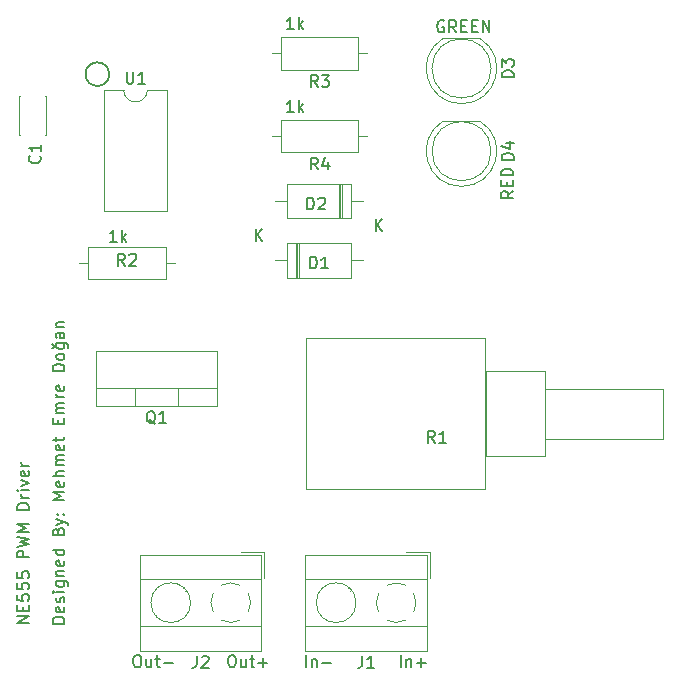
<source format=gbr>
%TF.GenerationSoftware,KiCad,Pcbnew,(6.0.2)*%
%TF.CreationDate,2022-03-20T03:02:45+03:00*%
%TF.ProjectId,NE555_PWM_Driver,4e453535-355f-4505-974d-5f4472697665,rev?*%
%TF.SameCoordinates,Original*%
%TF.FileFunction,Legend,Top*%
%TF.FilePolarity,Positive*%
%FSLAX46Y46*%
G04 Gerber Fmt 4.6, Leading zero omitted, Abs format (unit mm)*
G04 Created by KiCad (PCBNEW (6.0.2)) date 2022-03-20 03:02:45*
%MOMM*%
%LPD*%
G01*
G04 APERTURE LIST*
%ADD10C,0.150000*%
%ADD11C,0.120000*%
G04 APERTURE END LIST*
D10*
X172547619Y-124452380D02*
X172738095Y-124452380D01*
X172833333Y-124500000D01*
X172928571Y-124595238D01*
X172976190Y-124785714D01*
X172976190Y-125119047D01*
X172928571Y-125309523D01*
X172833333Y-125404761D01*
X172738095Y-125452380D01*
X172547619Y-125452380D01*
X172452380Y-125404761D01*
X172357142Y-125309523D01*
X172309523Y-125119047D01*
X172309523Y-124785714D01*
X172357142Y-124595238D01*
X172452380Y-124500000D01*
X172547619Y-124452380D01*
X173833333Y-124785714D02*
X173833333Y-125452380D01*
X173404761Y-124785714D02*
X173404761Y-125309523D01*
X173452380Y-125404761D01*
X173547619Y-125452380D01*
X173690476Y-125452380D01*
X173785714Y-125404761D01*
X173833333Y-125357142D01*
X174166666Y-124785714D02*
X174547619Y-124785714D01*
X174309523Y-124452380D02*
X174309523Y-125309523D01*
X174357142Y-125404761D01*
X174452380Y-125452380D01*
X174547619Y-125452380D01*
X174880952Y-125071428D02*
X175642857Y-125071428D01*
X175261904Y-125452380D02*
X175261904Y-124690476D01*
X164547619Y-124452380D02*
X164738095Y-124452380D01*
X164833333Y-124500000D01*
X164928571Y-124595238D01*
X164976190Y-124785714D01*
X164976190Y-125119047D01*
X164928571Y-125309523D01*
X164833333Y-125404761D01*
X164738095Y-125452380D01*
X164547619Y-125452380D01*
X164452380Y-125404761D01*
X164357142Y-125309523D01*
X164309523Y-125119047D01*
X164309523Y-124785714D01*
X164357142Y-124595238D01*
X164452380Y-124500000D01*
X164547619Y-124452380D01*
X165833333Y-124785714D02*
X165833333Y-125452380D01*
X165404761Y-124785714D02*
X165404761Y-125309523D01*
X165452380Y-125404761D01*
X165547619Y-125452380D01*
X165690476Y-125452380D01*
X165785714Y-125404761D01*
X165833333Y-125357142D01*
X166166666Y-124785714D02*
X166547619Y-124785714D01*
X166309523Y-124452380D02*
X166309523Y-125309523D01*
X166357142Y-125404761D01*
X166452380Y-125452380D01*
X166547619Y-125452380D01*
X166880952Y-125071428D02*
X167642857Y-125071428D01*
X178928571Y-125452380D02*
X178928571Y-124452380D01*
X179404761Y-124785714D02*
X179404761Y-125452380D01*
X179404761Y-124880952D02*
X179452380Y-124833333D01*
X179547619Y-124785714D01*
X179690476Y-124785714D01*
X179785714Y-124833333D01*
X179833333Y-124928571D01*
X179833333Y-125452380D01*
X180309523Y-125071428D02*
X181071428Y-125071428D01*
X186928571Y-125452380D02*
X186928571Y-124452380D01*
X187404761Y-124785714D02*
X187404761Y-125452380D01*
X187404761Y-124880952D02*
X187452380Y-124833333D01*
X187547619Y-124785714D01*
X187690476Y-124785714D01*
X187785714Y-124833333D01*
X187833333Y-124928571D01*
X187833333Y-125452380D01*
X188309523Y-125071428D02*
X189071428Y-125071428D01*
X188690476Y-125452380D02*
X188690476Y-124690476D01*
X162250000Y-75250000D02*
G75*
G03*
X162250000Y-75250000I-1000000J0D01*
G01*
X177880952Y-71452380D02*
X177309523Y-71452380D01*
X177595238Y-71452380D02*
X177595238Y-70452380D01*
X177500000Y-70595238D01*
X177404761Y-70690476D01*
X177309523Y-70738095D01*
X178309523Y-71452380D02*
X178309523Y-70452380D01*
X178404761Y-71071428D02*
X178690476Y-71452380D01*
X178690476Y-70785714D02*
X178309523Y-71166666D01*
X155452380Y-121738095D02*
X154452380Y-121738095D01*
X155452380Y-121166666D01*
X154452380Y-121166666D01*
X154928571Y-120690476D02*
X154928571Y-120357142D01*
X155452380Y-120214285D02*
X155452380Y-120690476D01*
X154452380Y-120690476D01*
X154452380Y-120214285D01*
X154452380Y-119309523D02*
X154452380Y-119785714D01*
X154928571Y-119833333D01*
X154880952Y-119785714D01*
X154833333Y-119690476D01*
X154833333Y-119452380D01*
X154880952Y-119357142D01*
X154928571Y-119309523D01*
X155023809Y-119261904D01*
X155261904Y-119261904D01*
X155357142Y-119309523D01*
X155404761Y-119357142D01*
X155452380Y-119452380D01*
X155452380Y-119690476D01*
X155404761Y-119785714D01*
X155357142Y-119833333D01*
X154452380Y-118357142D02*
X154452380Y-118833333D01*
X154928571Y-118880952D01*
X154880952Y-118833333D01*
X154833333Y-118738095D01*
X154833333Y-118500000D01*
X154880952Y-118404761D01*
X154928571Y-118357142D01*
X155023809Y-118309523D01*
X155261904Y-118309523D01*
X155357142Y-118357142D01*
X155404761Y-118404761D01*
X155452380Y-118500000D01*
X155452380Y-118738095D01*
X155404761Y-118833333D01*
X155357142Y-118880952D01*
X154452380Y-117404761D02*
X154452380Y-117880952D01*
X154928571Y-117928571D01*
X154880952Y-117880952D01*
X154833333Y-117785714D01*
X154833333Y-117547619D01*
X154880952Y-117452380D01*
X154928571Y-117404761D01*
X155023809Y-117357142D01*
X155261904Y-117357142D01*
X155357142Y-117404761D01*
X155404761Y-117452380D01*
X155452380Y-117547619D01*
X155452380Y-117785714D01*
X155404761Y-117880952D01*
X155357142Y-117928571D01*
X155452380Y-116166666D02*
X154452380Y-116166666D01*
X154452380Y-115785714D01*
X154500000Y-115690476D01*
X154547619Y-115642857D01*
X154642857Y-115595238D01*
X154785714Y-115595238D01*
X154880952Y-115642857D01*
X154928571Y-115690476D01*
X154976190Y-115785714D01*
X154976190Y-116166666D01*
X154452380Y-115261904D02*
X155452380Y-115023809D01*
X154738095Y-114833333D01*
X155452380Y-114642857D01*
X154452380Y-114404761D01*
X155452380Y-114023809D02*
X154452380Y-114023809D01*
X155166666Y-113690476D01*
X154452380Y-113357142D01*
X155452380Y-113357142D01*
X155452380Y-112119047D02*
X154452380Y-112119047D01*
X154452380Y-111880952D01*
X154500000Y-111738095D01*
X154595238Y-111642857D01*
X154690476Y-111595238D01*
X154880952Y-111547619D01*
X155023809Y-111547619D01*
X155214285Y-111595238D01*
X155309523Y-111642857D01*
X155404761Y-111738095D01*
X155452380Y-111880952D01*
X155452380Y-112119047D01*
X155452380Y-111119047D02*
X154785714Y-111119047D01*
X154976190Y-111119047D02*
X154880952Y-111071428D01*
X154833333Y-111023809D01*
X154785714Y-110928571D01*
X154785714Y-110833333D01*
X155452380Y-110500000D02*
X154785714Y-110500000D01*
X154452380Y-110500000D02*
X154500000Y-110547619D01*
X154547619Y-110500000D01*
X154500000Y-110452380D01*
X154452380Y-110500000D01*
X154547619Y-110500000D01*
X154785714Y-110119047D02*
X155452380Y-109880952D01*
X154785714Y-109642857D01*
X155404761Y-108880952D02*
X155452380Y-108976190D01*
X155452380Y-109166666D01*
X155404761Y-109261904D01*
X155309523Y-109309523D01*
X154928571Y-109309523D01*
X154833333Y-109261904D01*
X154785714Y-109166666D01*
X154785714Y-108976190D01*
X154833333Y-108880952D01*
X154928571Y-108833333D01*
X155023809Y-108833333D01*
X155119047Y-109309523D01*
X155452380Y-108404761D02*
X154785714Y-108404761D01*
X154976190Y-108404761D02*
X154880952Y-108357142D01*
X154833333Y-108309523D01*
X154785714Y-108214285D01*
X154785714Y-108119047D01*
X162880952Y-89452380D02*
X162309523Y-89452380D01*
X162595238Y-89452380D02*
X162595238Y-88452380D01*
X162500000Y-88595238D01*
X162404761Y-88690476D01*
X162309523Y-88738095D01*
X163309523Y-89452380D02*
X163309523Y-88452380D01*
X163404761Y-89071428D02*
X163690476Y-89452380D01*
X163690476Y-88785714D02*
X163309523Y-89166666D01*
X190583333Y-70750000D02*
X190488095Y-70702380D01*
X190345238Y-70702380D01*
X190202380Y-70750000D01*
X190107142Y-70845238D01*
X190059523Y-70940476D01*
X190011904Y-71130952D01*
X190011904Y-71273809D01*
X190059523Y-71464285D01*
X190107142Y-71559523D01*
X190202380Y-71654761D01*
X190345238Y-71702380D01*
X190440476Y-71702380D01*
X190583333Y-71654761D01*
X190630952Y-71607142D01*
X190630952Y-71273809D01*
X190440476Y-71273809D01*
X191630952Y-71702380D02*
X191297619Y-71226190D01*
X191059523Y-71702380D02*
X191059523Y-70702380D01*
X191440476Y-70702380D01*
X191535714Y-70750000D01*
X191583333Y-70797619D01*
X191630952Y-70892857D01*
X191630952Y-71035714D01*
X191583333Y-71130952D01*
X191535714Y-71178571D01*
X191440476Y-71226190D01*
X191059523Y-71226190D01*
X192059523Y-71178571D02*
X192392857Y-71178571D01*
X192535714Y-71702380D02*
X192059523Y-71702380D01*
X192059523Y-70702380D01*
X192535714Y-70702380D01*
X192964285Y-71178571D02*
X193297619Y-71178571D01*
X193440476Y-71702380D02*
X192964285Y-71702380D01*
X192964285Y-70702380D01*
X193440476Y-70702380D01*
X193869047Y-71702380D02*
X193869047Y-70702380D01*
X194440476Y-71702380D01*
X194440476Y-70702380D01*
X158452380Y-121761904D02*
X157452380Y-121761904D01*
X157452380Y-121523809D01*
X157500000Y-121380952D01*
X157595238Y-121285714D01*
X157690476Y-121238095D01*
X157880952Y-121190476D01*
X158023809Y-121190476D01*
X158214285Y-121238095D01*
X158309523Y-121285714D01*
X158404761Y-121380952D01*
X158452380Y-121523809D01*
X158452380Y-121761904D01*
X158404761Y-120380952D02*
X158452380Y-120476190D01*
X158452380Y-120666666D01*
X158404761Y-120761904D01*
X158309523Y-120809523D01*
X157928571Y-120809523D01*
X157833333Y-120761904D01*
X157785714Y-120666666D01*
X157785714Y-120476190D01*
X157833333Y-120380952D01*
X157928571Y-120333333D01*
X158023809Y-120333333D01*
X158119047Y-120809523D01*
X158404761Y-119952380D02*
X158452380Y-119857142D01*
X158452380Y-119666666D01*
X158404761Y-119571428D01*
X158309523Y-119523809D01*
X158261904Y-119523809D01*
X158166666Y-119571428D01*
X158119047Y-119666666D01*
X158119047Y-119809523D01*
X158071428Y-119904761D01*
X157976190Y-119952380D01*
X157928571Y-119952380D01*
X157833333Y-119904761D01*
X157785714Y-119809523D01*
X157785714Y-119666666D01*
X157833333Y-119571428D01*
X158452380Y-119095238D02*
X157785714Y-119095238D01*
X157452380Y-119095238D02*
X157500000Y-119142857D01*
X157547619Y-119095238D01*
X157500000Y-119047619D01*
X157452380Y-119095238D01*
X157547619Y-119095238D01*
X157785714Y-118190476D02*
X158595238Y-118190476D01*
X158690476Y-118238095D01*
X158738095Y-118285714D01*
X158785714Y-118380952D01*
X158785714Y-118523809D01*
X158738095Y-118619047D01*
X158404761Y-118190476D02*
X158452380Y-118285714D01*
X158452380Y-118476190D01*
X158404761Y-118571428D01*
X158357142Y-118619047D01*
X158261904Y-118666666D01*
X157976190Y-118666666D01*
X157880952Y-118619047D01*
X157833333Y-118571428D01*
X157785714Y-118476190D01*
X157785714Y-118285714D01*
X157833333Y-118190476D01*
X157785714Y-117714285D02*
X158452380Y-117714285D01*
X157880952Y-117714285D02*
X157833333Y-117666666D01*
X157785714Y-117571428D01*
X157785714Y-117428571D01*
X157833333Y-117333333D01*
X157928571Y-117285714D01*
X158452380Y-117285714D01*
X158404761Y-116428571D02*
X158452380Y-116523809D01*
X158452380Y-116714285D01*
X158404761Y-116809523D01*
X158309523Y-116857142D01*
X157928571Y-116857142D01*
X157833333Y-116809523D01*
X157785714Y-116714285D01*
X157785714Y-116523809D01*
X157833333Y-116428571D01*
X157928571Y-116380952D01*
X158023809Y-116380952D01*
X158119047Y-116857142D01*
X158452380Y-115523809D02*
X157452380Y-115523809D01*
X158404761Y-115523809D02*
X158452380Y-115619047D01*
X158452380Y-115809523D01*
X158404761Y-115904761D01*
X158357142Y-115952380D01*
X158261904Y-116000000D01*
X157976190Y-116000000D01*
X157880952Y-115952380D01*
X157833333Y-115904761D01*
X157785714Y-115809523D01*
X157785714Y-115619047D01*
X157833333Y-115523809D01*
X157928571Y-113952380D02*
X157976190Y-113809523D01*
X158023809Y-113761904D01*
X158119047Y-113714285D01*
X158261904Y-113714285D01*
X158357142Y-113761904D01*
X158404761Y-113809523D01*
X158452380Y-113904761D01*
X158452380Y-114285714D01*
X157452380Y-114285714D01*
X157452380Y-113952380D01*
X157500000Y-113857142D01*
X157547619Y-113809523D01*
X157642857Y-113761904D01*
X157738095Y-113761904D01*
X157833333Y-113809523D01*
X157880952Y-113857142D01*
X157928571Y-113952380D01*
X157928571Y-114285714D01*
X157785714Y-113380952D02*
X158452380Y-113142857D01*
X157785714Y-112904761D02*
X158452380Y-113142857D01*
X158690476Y-113238095D01*
X158738095Y-113285714D01*
X158785714Y-113380952D01*
X158357142Y-112523809D02*
X158404761Y-112476190D01*
X158452380Y-112523809D01*
X158404761Y-112571428D01*
X158357142Y-112523809D01*
X158452380Y-112523809D01*
X157833333Y-112523809D02*
X157880952Y-112476190D01*
X157928571Y-112523809D01*
X157880952Y-112571428D01*
X157833333Y-112523809D01*
X157928571Y-112523809D01*
X158452380Y-111285714D02*
X157452380Y-111285714D01*
X158166666Y-110952380D01*
X157452380Y-110619047D01*
X158452380Y-110619047D01*
X158404761Y-109761904D02*
X158452380Y-109857142D01*
X158452380Y-110047619D01*
X158404761Y-110142857D01*
X158309523Y-110190476D01*
X157928571Y-110190476D01*
X157833333Y-110142857D01*
X157785714Y-110047619D01*
X157785714Y-109857142D01*
X157833333Y-109761904D01*
X157928571Y-109714285D01*
X158023809Y-109714285D01*
X158119047Y-110190476D01*
X158452380Y-109285714D02*
X157452380Y-109285714D01*
X158452380Y-108857142D02*
X157928571Y-108857142D01*
X157833333Y-108904761D01*
X157785714Y-109000000D01*
X157785714Y-109142857D01*
X157833333Y-109238095D01*
X157880952Y-109285714D01*
X158452380Y-108380952D02*
X157785714Y-108380952D01*
X157880952Y-108380952D02*
X157833333Y-108333333D01*
X157785714Y-108238095D01*
X157785714Y-108095238D01*
X157833333Y-108000000D01*
X157928571Y-107952380D01*
X158452380Y-107952380D01*
X157928571Y-107952380D02*
X157833333Y-107904761D01*
X157785714Y-107809523D01*
X157785714Y-107666666D01*
X157833333Y-107571428D01*
X157928571Y-107523809D01*
X158452380Y-107523809D01*
X158404761Y-106666666D02*
X158452380Y-106761904D01*
X158452380Y-106952380D01*
X158404761Y-107047619D01*
X158309523Y-107095238D01*
X157928571Y-107095238D01*
X157833333Y-107047619D01*
X157785714Y-106952380D01*
X157785714Y-106761904D01*
X157833333Y-106666666D01*
X157928571Y-106619047D01*
X158023809Y-106619047D01*
X158119047Y-107095238D01*
X157785714Y-106333333D02*
X157785714Y-105952380D01*
X157452380Y-106190476D02*
X158309523Y-106190476D01*
X158404761Y-106142857D01*
X158452380Y-106047619D01*
X158452380Y-105952380D01*
X157928571Y-104857142D02*
X157928571Y-104523809D01*
X158452380Y-104380952D02*
X158452380Y-104857142D01*
X157452380Y-104857142D01*
X157452380Y-104380952D01*
X158452380Y-103952380D02*
X157785714Y-103952380D01*
X157880952Y-103952380D02*
X157833333Y-103904761D01*
X157785714Y-103809523D01*
X157785714Y-103666666D01*
X157833333Y-103571428D01*
X157928571Y-103523809D01*
X158452380Y-103523809D01*
X157928571Y-103523809D02*
X157833333Y-103476190D01*
X157785714Y-103380952D01*
X157785714Y-103238095D01*
X157833333Y-103142857D01*
X157928571Y-103095238D01*
X158452380Y-103095238D01*
X158452380Y-102619047D02*
X157785714Y-102619047D01*
X157976190Y-102619047D02*
X157880952Y-102571428D01*
X157833333Y-102523809D01*
X157785714Y-102428571D01*
X157785714Y-102333333D01*
X158404761Y-101619047D02*
X158452380Y-101714285D01*
X158452380Y-101904761D01*
X158404761Y-102000000D01*
X158309523Y-102047619D01*
X157928571Y-102047619D01*
X157833333Y-102000000D01*
X157785714Y-101904761D01*
X157785714Y-101714285D01*
X157833333Y-101619047D01*
X157928571Y-101571428D01*
X158023809Y-101571428D01*
X158119047Y-102047619D01*
X158452380Y-100380952D02*
X157452380Y-100380952D01*
X157452380Y-100142857D01*
X157500000Y-100000000D01*
X157595238Y-99904761D01*
X157690476Y-99857142D01*
X157880952Y-99809523D01*
X158023809Y-99809523D01*
X158214285Y-99857142D01*
X158309523Y-99904761D01*
X158404761Y-100000000D01*
X158452380Y-100142857D01*
X158452380Y-100380952D01*
X158452380Y-99238095D02*
X158404761Y-99333333D01*
X158357142Y-99380952D01*
X158261904Y-99428571D01*
X157976190Y-99428571D01*
X157880952Y-99380952D01*
X157833333Y-99333333D01*
X157785714Y-99238095D01*
X157785714Y-99095238D01*
X157833333Y-99000000D01*
X157880952Y-98952380D01*
X157976190Y-98904761D01*
X158261904Y-98904761D01*
X158357142Y-98952380D01*
X158404761Y-99000000D01*
X158452380Y-99095238D01*
X158452380Y-99238095D01*
X157785714Y-98047619D02*
X158595238Y-98047619D01*
X158690476Y-98095238D01*
X158738095Y-98142857D01*
X158785714Y-98238095D01*
X158785714Y-98380952D01*
X158738095Y-98476190D01*
X158404761Y-98047619D02*
X158452380Y-98142857D01*
X158452380Y-98333333D01*
X158404761Y-98428571D01*
X158357142Y-98476190D01*
X158261904Y-98523809D01*
X157976190Y-98523809D01*
X157880952Y-98476190D01*
X157833333Y-98428571D01*
X157785714Y-98333333D01*
X157785714Y-98142857D01*
X157833333Y-98047619D01*
X157404761Y-98476190D02*
X157500000Y-98428571D01*
X157547619Y-98333333D01*
X157547619Y-98238095D01*
X157500000Y-98142857D01*
X157404761Y-98095238D01*
X158452380Y-97142857D02*
X157928571Y-97142857D01*
X157833333Y-97190476D01*
X157785714Y-97285714D01*
X157785714Y-97476190D01*
X157833333Y-97571428D01*
X158404761Y-97142857D02*
X158452380Y-97238095D01*
X158452380Y-97476190D01*
X158404761Y-97571428D01*
X158309523Y-97619047D01*
X158214285Y-97619047D01*
X158119047Y-97571428D01*
X158071428Y-97476190D01*
X158071428Y-97238095D01*
X158023809Y-97142857D01*
X157785714Y-96666666D02*
X158452380Y-96666666D01*
X157880952Y-96666666D02*
X157833333Y-96619047D01*
X157785714Y-96523809D01*
X157785714Y-96380952D01*
X157833333Y-96285714D01*
X157928571Y-96238095D01*
X158452380Y-96238095D01*
X196452380Y-85142857D02*
X195976190Y-85476190D01*
X196452380Y-85714285D02*
X195452380Y-85714285D01*
X195452380Y-85333333D01*
X195500000Y-85238095D01*
X195547619Y-85190476D01*
X195642857Y-85142857D01*
X195785714Y-85142857D01*
X195880952Y-85190476D01*
X195928571Y-85238095D01*
X195976190Y-85333333D01*
X195976190Y-85714285D01*
X195928571Y-84714285D02*
X195928571Y-84380952D01*
X196452380Y-84238095D02*
X196452380Y-84714285D01*
X195452380Y-84714285D01*
X195452380Y-84238095D01*
X196452380Y-83809523D02*
X195452380Y-83809523D01*
X195452380Y-83571428D01*
X195500000Y-83428571D01*
X195595238Y-83333333D01*
X195690476Y-83285714D01*
X195880952Y-83238095D01*
X196023809Y-83238095D01*
X196214285Y-83285714D01*
X196309523Y-83333333D01*
X196404761Y-83428571D01*
X196452380Y-83571428D01*
X196452380Y-83809523D01*
X177880952Y-78452380D02*
X177309523Y-78452380D01*
X177595238Y-78452380D02*
X177595238Y-77452380D01*
X177500000Y-77595238D01*
X177404761Y-77690476D01*
X177309523Y-77738095D01*
X178309523Y-78452380D02*
X178309523Y-77452380D01*
X178404761Y-78071428D02*
X178690476Y-78452380D01*
X178690476Y-77785714D02*
X178309523Y-78166666D01*
%TO.C,J1*%
X183671666Y-124512380D02*
X183671666Y-125226666D01*
X183624047Y-125369523D01*
X183528809Y-125464761D01*
X183385952Y-125512380D01*
X183290714Y-125512380D01*
X184671666Y-125512380D02*
X184100238Y-125512380D01*
X184385952Y-125512380D02*
X184385952Y-124512380D01*
X184290714Y-124655238D01*
X184195476Y-124750476D01*
X184100238Y-124798095D01*
%TO.C,D4*%
X196492380Y-82508095D02*
X195492380Y-82508095D01*
X195492380Y-82270000D01*
X195540000Y-82127142D01*
X195635238Y-82031904D01*
X195730476Y-81984285D01*
X195920952Y-81936666D01*
X196063809Y-81936666D01*
X196254285Y-81984285D01*
X196349523Y-82031904D01*
X196444761Y-82127142D01*
X196492380Y-82270000D01*
X196492380Y-82508095D01*
X195825714Y-81079523D02*
X196492380Y-81079523D01*
X195444761Y-81317619D02*
X196159047Y-81555714D01*
X196159047Y-80936666D01*
%TO.C,R2*%
X163583333Y-91452380D02*
X163250000Y-90976190D01*
X163011904Y-91452380D02*
X163011904Y-90452380D01*
X163392857Y-90452380D01*
X163488095Y-90500000D01*
X163535714Y-90547619D01*
X163583333Y-90642857D01*
X163583333Y-90785714D01*
X163535714Y-90880952D01*
X163488095Y-90928571D01*
X163392857Y-90976190D01*
X163011904Y-90976190D01*
X163964285Y-90547619D02*
X164011904Y-90500000D01*
X164107142Y-90452380D01*
X164345238Y-90452380D01*
X164440476Y-90500000D01*
X164488095Y-90547619D01*
X164535714Y-90642857D01*
X164535714Y-90738095D01*
X164488095Y-90880952D01*
X163916666Y-91452380D01*
X164535714Y-91452380D01*
%TO.C,R4*%
X179913333Y-83322380D02*
X179580000Y-82846190D01*
X179341904Y-83322380D02*
X179341904Y-82322380D01*
X179722857Y-82322380D01*
X179818095Y-82370000D01*
X179865714Y-82417619D01*
X179913333Y-82512857D01*
X179913333Y-82655714D01*
X179865714Y-82750952D01*
X179818095Y-82798571D01*
X179722857Y-82846190D01*
X179341904Y-82846190D01*
X180770476Y-82655714D02*
X180770476Y-83322380D01*
X180532380Y-82274761D02*
X180294285Y-82989047D01*
X180913333Y-82989047D01*
%TO.C,D3*%
X196492380Y-75508095D02*
X195492380Y-75508095D01*
X195492380Y-75270000D01*
X195540000Y-75127142D01*
X195635238Y-75031904D01*
X195730476Y-74984285D01*
X195920952Y-74936666D01*
X196063809Y-74936666D01*
X196254285Y-74984285D01*
X196349523Y-75031904D01*
X196444761Y-75127142D01*
X196492380Y-75270000D01*
X196492380Y-75508095D01*
X195492380Y-74603333D02*
X195492380Y-73984285D01*
X195873333Y-74317619D01*
X195873333Y-74174761D01*
X195920952Y-74079523D01*
X195968571Y-74031904D01*
X196063809Y-73984285D01*
X196301904Y-73984285D01*
X196397142Y-74031904D01*
X196444761Y-74079523D01*
X196492380Y-74174761D01*
X196492380Y-74460476D01*
X196444761Y-74555714D01*
X196397142Y-74603333D01*
%TO.C,D1*%
X179261904Y-91702380D02*
X179261904Y-90702380D01*
X179500000Y-90702380D01*
X179642857Y-90750000D01*
X179738095Y-90845238D01*
X179785714Y-90940476D01*
X179833333Y-91130952D01*
X179833333Y-91273809D01*
X179785714Y-91464285D01*
X179738095Y-91559523D01*
X179642857Y-91654761D01*
X179500000Y-91702380D01*
X179261904Y-91702380D01*
X180785714Y-91702380D02*
X180214285Y-91702380D01*
X180500000Y-91702380D02*
X180500000Y-90702380D01*
X180404761Y-90845238D01*
X180309523Y-90940476D01*
X180214285Y-90988095D01*
X174658095Y-89352380D02*
X174658095Y-88352380D01*
X175229523Y-89352380D02*
X174800952Y-88780952D01*
X175229523Y-88352380D02*
X174658095Y-88923809D01*
%TO.C,U1*%
X163718095Y-75042380D02*
X163718095Y-75851904D01*
X163765714Y-75947142D01*
X163813333Y-75994761D01*
X163908571Y-76042380D01*
X164099047Y-76042380D01*
X164194285Y-75994761D01*
X164241904Y-75947142D01*
X164289523Y-75851904D01*
X164289523Y-75042380D01*
X165289523Y-76042380D02*
X164718095Y-76042380D01*
X165003809Y-76042380D02*
X165003809Y-75042380D01*
X164908571Y-75185238D01*
X164813333Y-75280476D01*
X164718095Y-75328095D01*
%TO.C,Q1*%
X166154761Y-104872619D02*
X166059523Y-104825000D01*
X165964285Y-104729761D01*
X165821428Y-104586904D01*
X165726190Y-104539285D01*
X165630952Y-104539285D01*
X165678571Y-104777380D02*
X165583333Y-104729761D01*
X165488095Y-104634523D01*
X165440476Y-104444047D01*
X165440476Y-104110714D01*
X165488095Y-103920238D01*
X165583333Y-103825000D01*
X165678571Y-103777380D01*
X165869047Y-103777380D01*
X165964285Y-103825000D01*
X166059523Y-103920238D01*
X166107142Y-104110714D01*
X166107142Y-104444047D01*
X166059523Y-104634523D01*
X165964285Y-104729761D01*
X165869047Y-104777380D01*
X165678571Y-104777380D01*
X167059523Y-104777380D02*
X166488095Y-104777380D01*
X166773809Y-104777380D02*
X166773809Y-103777380D01*
X166678571Y-103920238D01*
X166583333Y-104015476D01*
X166488095Y-104063095D01*
%TO.C,R1*%
X189833333Y-106452380D02*
X189500000Y-105976190D01*
X189261904Y-106452380D02*
X189261904Y-105452380D01*
X189642857Y-105452380D01*
X189738095Y-105500000D01*
X189785714Y-105547619D01*
X189833333Y-105642857D01*
X189833333Y-105785714D01*
X189785714Y-105880952D01*
X189738095Y-105928571D01*
X189642857Y-105976190D01*
X189261904Y-105976190D01*
X190785714Y-106452380D02*
X190214285Y-106452380D01*
X190500000Y-106452380D02*
X190500000Y-105452380D01*
X190404761Y-105595238D01*
X190309523Y-105690476D01*
X190214285Y-105738095D01*
%TO.C,C1*%
X156357142Y-82166666D02*
X156404761Y-82214285D01*
X156452380Y-82357142D01*
X156452380Y-82452380D01*
X156404761Y-82595238D01*
X156309523Y-82690476D01*
X156214285Y-82738095D01*
X156023809Y-82785714D01*
X155880952Y-82785714D01*
X155690476Y-82738095D01*
X155595238Y-82690476D01*
X155500000Y-82595238D01*
X155452380Y-82452380D01*
X155452380Y-82357142D01*
X155500000Y-82214285D01*
X155547619Y-82166666D01*
X156452380Y-81214285D02*
X156452380Y-81785714D01*
X156452380Y-81500000D02*
X155452380Y-81500000D01*
X155595238Y-81595238D01*
X155690476Y-81690476D01*
X155738095Y-81785714D01*
%TO.C,J2*%
X169671666Y-124512380D02*
X169671666Y-125226666D01*
X169624047Y-125369523D01*
X169528809Y-125464761D01*
X169385952Y-125512380D01*
X169290714Y-125512380D01*
X170100238Y-124607619D02*
X170147857Y-124560000D01*
X170243095Y-124512380D01*
X170481190Y-124512380D01*
X170576428Y-124560000D01*
X170624047Y-124607619D01*
X170671666Y-124702857D01*
X170671666Y-124798095D01*
X170624047Y-124940952D01*
X170052619Y-125512380D01*
X170671666Y-125512380D01*
%TO.C,D2*%
X179011904Y-86702380D02*
X179011904Y-85702380D01*
X179250000Y-85702380D01*
X179392857Y-85750000D01*
X179488095Y-85845238D01*
X179535714Y-85940476D01*
X179583333Y-86130952D01*
X179583333Y-86273809D01*
X179535714Y-86464285D01*
X179488095Y-86559523D01*
X179392857Y-86654761D01*
X179250000Y-86702380D01*
X179011904Y-86702380D01*
X179964285Y-85797619D02*
X180011904Y-85750000D01*
X180107142Y-85702380D01*
X180345238Y-85702380D01*
X180440476Y-85750000D01*
X180488095Y-85797619D01*
X180535714Y-85892857D01*
X180535714Y-85988095D01*
X180488095Y-86130952D01*
X179916666Y-86702380D01*
X180535714Y-86702380D01*
X184818095Y-88552380D02*
X184818095Y-87552380D01*
X185389523Y-88552380D02*
X184960952Y-87980952D01*
X185389523Y-87552380D02*
X184818095Y-88123809D01*
%TO.C,R3*%
X179913333Y-76322380D02*
X179580000Y-75846190D01*
X179341904Y-76322380D02*
X179341904Y-75322380D01*
X179722857Y-75322380D01*
X179818095Y-75370000D01*
X179865714Y-75417619D01*
X179913333Y-75512857D01*
X179913333Y-75655714D01*
X179865714Y-75750952D01*
X179818095Y-75798571D01*
X179722857Y-75846190D01*
X179341904Y-75846190D01*
X180246666Y-75322380D02*
X180865714Y-75322380D01*
X180532380Y-75703333D01*
X180675238Y-75703333D01*
X180770476Y-75750952D01*
X180818095Y-75798571D01*
X180865714Y-75893809D01*
X180865714Y-76131904D01*
X180818095Y-76227142D01*
X180770476Y-76274761D01*
X180675238Y-76322380D01*
X180389523Y-76322380D01*
X180294285Y-76274761D01*
X180246666Y-76227142D01*
D11*
%TO.C,J1*%
X189145000Y-118000000D02*
X178865000Y-118000000D01*
X189145000Y-124060000D02*
X189145000Y-115940000D01*
X189145000Y-124060000D02*
X178865000Y-124060000D01*
X182475000Y-118784000D02*
X182534000Y-118726000D01*
X178865000Y-124060000D02*
X178865000Y-115940000D01*
X180395000Y-121275000D02*
X180454000Y-121216000D01*
X189145000Y-122000000D02*
X178865000Y-122000000D01*
X182645000Y-119024000D02*
X182739000Y-118931000D01*
X189385000Y-115700000D02*
X187385000Y-115700000D01*
X189145000Y-115940000D02*
X178865000Y-115940000D01*
X180190000Y-121069000D02*
X180284000Y-120976000D01*
X189385000Y-117940000D02*
X189385000Y-115700000D01*
X188029000Y-120789000D02*
G75*
G03*
X188028953Y-119210911I-1483995J789000D01*
G01*
X187334000Y-118516000D02*
G75*
G03*
X186515617Y-118319550I-788998J-1483995D01*
G01*
X185061000Y-119211000D02*
G75*
G03*
X185061047Y-120789089I1483995J-789000D01*
G01*
X185756000Y-121484000D02*
G75*
G03*
X187334089Y-121483953I789000J1483995D01*
G01*
X186545000Y-118320000D02*
G75*
G03*
X185756288Y-118516648I-2J-1679991D01*
G01*
X183145000Y-120000000D02*
G75*
G03*
X183145000Y-120000000I-1680000J0D01*
G01*
%TO.C,D4*%
X193625000Y-79210000D02*
X190535000Y-79210000D01*
X190535170Y-79210000D02*
G75*
G03*
X192080462Y-84760000I1544830J-2560000D01*
G01*
X192079538Y-84760000D02*
G75*
G03*
X193624830Y-79210000I462J2990000D01*
G01*
X194580000Y-81770000D02*
G75*
G03*
X194580000Y-81770000I-2500000J0D01*
G01*
%TO.C,R2*%
X160480000Y-92620000D02*
X167020000Y-92620000D01*
X167020000Y-89880000D02*
X160480000Y-89880000D01*
X167790000Y-91250000D02*
X167020000Y-91250000D01*
X167020000Y-92620000D02*
X167020000Y-89880000D01*
X160480000Y-89880000D02*
X160480000Y-92620000D01*
X159710000Y-91250000D02*
X160480000Y-91250000D01*
%TO.C,R4*%
X176040000Y-80500000D02*
X176810000Y-80500000D01*
X183350000Y-81870000D02*
X183350000Y-79130000D01*
X184120000Y-80500000D02*
X183350000Y-80500000D01*
X176810000Y-81870000D02*
X183350000Y-81870000D01*
X176810000Y-79130000D02*
X176810000Y-81870000D01*
X183350000Y-79130000D02*
X176810000Y-79130000D01*
%TO.C,D3*%
X193625000Y-72210000D02*
X190535000Y-72210000D01*
X190535170Y-72210000D02*
G75*
G03*
X192080462Y-77760000I1544830J-2560000D01*
G01*
X192079538Y-77760000D02*
G75*
G03*
X193624830Y-72210000I462J2990000D01*
G01*
X194580000Y-74770000D02*
G75*
G03*
X194580000Y-74770000I-2500000J0D01*
G01*
%TO.C,D1*%
X183740000Y-91000000D02*
X182720000Y-91000000D01*
X182720000Y-92470000D02*
X182720000Y-89530000D01*
X178300000Y-89530000D02*
X178300000Y-92470000D01*
X182720000Y-89530000D02*
X177280000Y-89530000D01*
X177280000Y-92470000D02*
X182720000Y-92470000D01*
X177280000Y-89530000D02*
X177280000Y-92470000D01*
X178180000Y-89530000D02*
X178180000Y-92470000D01*
X176260000Y-91000000D02*
X177280000Y-91000000D01*
X178060000Y-89530000D02*
X178060000Y-92470000D01*
%TO.C,U1*%
X167130000Y-86870000D02*
X167130000Y-76590000D01*
X161830000Y-76590000D02*
X161830000Y-86870000D01*
X167130000Y-76590000D02*
X165480000Y-76590000D01*
X163480000Y-76590000D02*
X161830000Y-76590000D01*
X161830000Y-86870000D02*
X167130000Y-86870000D01*
X163480000Y-76590000D02*
G75*
G03*
X165480000Y-76590000I1000000J0D01*
G01*
%TO.C,Q1*%
X171370000Y-103325000D02*
X171370000Y-98684000D01*
X164399000Y-103325000D02*
X164399000Y-101815000D01*
X171370000Y-98684000D02*
X161130000Y-98684000D01*
X161130000Y-103325000D02*
X161130000Y-98684000D01*
X171370000Y-103325000D02*
X161130000Y-103325000D01*
X171370000Y-101815000D02*
X161130000Y-101815000D01*
X168100000Y-103325000D02*
X168100000Y-101815000D01*
%TO.C,R1*%
X194121000Y-100380000D02*
X199121000Y-100380000D01*
X199121000Y-100380000D02*
X199121000Y-107620000D01*
X178900000Y-97600000D02*
X178900000Y-110400000D01*
X194100000Y-97600000D02*
X194100000Y-110400000D01*
X178900000Y-97600000D02*
X194100000Y-97600000D01*
X199121000Y-101880000D02*
X209120000Y-101880000D01*
X199121000Y-106120000D02*
X209120000Y-106120000D01*
X199121000Y-101880000D02*
X199121000Y-106120000D01*
X194121000Y-100380000D02*
X194121000Y-107620000D01*
X209120000Y-101880000D02*
X209120000Y-106120000D01*
X178900000Y-110400000D02*
X194100000Y-110400000D01*
X194121000Y-107620000D02*
X199121000Y-107620000D01*
%TO.C,C1*%
X156805000Y-77130000D02*
X156870000Y-77130000D01*
X156870000Y-80370000D02*
X156870000Y-77130000D01*
X156805000Y-80370000D02*
X156870000Y-80370000D01*
X154630000Y-80370000D02*
X154630000Y-77130000D01*
X154630000Y-77130000D02*
X154695000Y-77130000D01*
X154630000Y-80370000D02*
X154695000Y-80370000D01*
%TO.C,J2*%
X164865000Y-124060000D02*
X164865000Y-115940000D01*
X175145000Y-124060000D02*
X164865000Y-124060000D01*
X175145000Y-118000000D02*
X164865000Y-118000000D01*
X175145000Y-122000000D02*
X164865000Y-122000000D01*
X166190000Y-121069000D02*
X166284000Y-120976000D01*
X168645000Y-119024000D02*
X168739000Y-118931000D01*
X168475000Y-118784000D02*
X168534000Y-118726000D01*
X175385000Y-117940000D02*
X175385000Y-115700000D01*
X175145000Y-124060000D02*
X175145000Y-115940000D01*
X166395000Y-121275000D02*
X166454000Y-121216000D01*
X175385000Y-115700000D02*
X173385000Y-115700000D01*
X175145000Y-115940000D02*
X164865000Y-115940000D01*
X173334000Y-118516000D02*
G75*
G03*
X172515617Y-118319550I-788998J-1483995D01*
G01*
X171061000Y-119211000D02*
G75*
G03*
X171061047Y-120789089I1483995J-789000D01*
G01*
X172545000Y-118320000D02*
G75*
G03*
X171756288Y-118516648I-2J-1679991D01*
G01*
X174029000Y-120789000D02*
G75*
G03*
X174028953Y-119210911I-1483995J789000D01*
G01*
X171756000Y-121484000D02*
G75*
G03*
X173334089Y-121483953I789000J1483995D01*
G01*
X169145000Y-120000000D02*
G75*
G03*
X169145000Y-120000000I-1680000J0D01*
G01*
%TO.C,D2*%
X182720000Y-87470000D02*
X182720000Y-84530000D01*
X177280000Y-84530000D02*
X177280000Y-87470000D01*
X183740000Y-86000000D02*
X182720000Y-86000000D01*
X181940000Y-87470000D02*
X181940000Y-84530000D01*
X182720000Y-84530000D02*
X177280000Y-84530000D01*
X181820000Y-87470000D02*
X181820000Y-84530000D01*
X176260000Y-86000000D02*
X177280000Y-86000000D01*
X177280000Y-87470000D02*
X182720000Y-87470000D01*
X181700000Y-87470000D02*
X181700000Y-84530000D01*
%TO.C,R3*%
X176810000Y-72130000D02*
X176810000Y-74870000D01*
X183350000Y-72130000D02*
X176810000Y-72130000D01*
X176040000Y-73500000D02*
X176810000Y-73500000D01*
X183350000Y-74870000D02*
X183350000Y-72130000D01*
X176810000Y-74870000D02*
X183350000Y-74870000D01*
X184120000Y-73500000D02*
X183350000Y-73500000D01*
%TD*%
M02*

</source>
